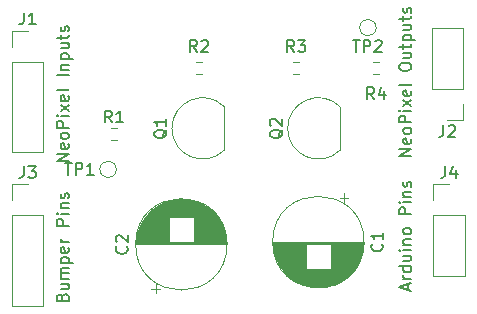
<source format=gbr>
%TF.GenerationSoftware,KiCad,Pcbnew,8.0.6*%
%TF.CreationDate,2024-11-25T01:10:15+00:00*%
%TF.ProjectId,GEOFF board v1,47454f46-4620-4626-9f61-72642076312e,rev?*%
%TF.SameCoordinates,Original*%
%TF.FileFunction,Legend,Top*%
%TF.FilePolarity,Positive*%
%FSLAX46Y46*%
G04 Gerber Fmt 4.6, Leading zero omitted, Abs format (unit mm)*
G04 Created by KiCad (PCBNEW 8.0.6) date 2024-11-25 01:10:15*
%MOMM*%
%LPD*%
G01*
G04 APERTURE LIST*
%ADD10C,0.150000*%
%ADD11C,0.120000*%
G04 APERTURE END LIST*
D10*
X50538095Y-139454819D02*
X51109523Y-139454819D01*
X50823809Y-140454819D02*
X50823809Y-139454819D01*
X51442857Y-140454819D02*
X51442857Y-139454819D01*
X51442857Y-139454819D02*
X51823809Y-139454819D01*
X51823809Y-139454819D02*
X51919047Y-139502438D01*
X51919047Y-139502438D02*
X51966666Y-139550057D01*
X51966666Y-139550057D02*
X52014285Y-139645295D01*
X52014285Y-139645295D02*
X52014285Y-139788152D01*
X52014285Y-139788152D02*
X51966666Y-139883390D01*
X51966666Y-139883390D02*
X51919047Y-139931009D01*
X51919047Y-139931009D02*
X51823809Y-139978628D01*
X51823809Y-139978628D02*
X51442857Y-139978628D01*
X52395238Y-139550057D02*
X52442857Y-139502438D01*
X52442857Y-139502438D02*
X52538095Y-139454819D01*
X52538095Y-139454819D02*
X52776190Y-139454819D01*
X52776190Y-139454819D02*
X52871428Y-139502438D01*
X52871428Y-139502438D02*
X52919047Y-139550057D01*
X52919047Y-139550057D02*
X52966666Y-139645295D01*
X52966666Y-139645295D02*
X52966666Y-139740533D01*
X52966666Y-139740533D02*
X52919047Y-139883390D01*
X52919047Y-139883390D02*
X52347619Y-140454819D01*
X52347619Y-140454819D02*
X52966666Y-140454819D01*
X26138095Y-149854819D02*
X26709523Y-149854819D01*
X26423809Y-150854819D02*
X26423809Y-149854819D01*
X27042857Y-150854819D02*
X27042857Y-149854819D01*
X27042857Y-149854819D02*
X27423809Y-149854819D01*
X27423809Y-149854819D02*
X27519047Y-149902438D01*
X27519047Y-149902438D02*
X27566666Y-149950057D01*
X27566666Y-149950057D02*
X27614285Y-150045295D01*
X27614285Y-150045295D02*
X27614285Y-150188152D01*
X27614285Y-150188152D02*
X27566666Y-150283390D01*
X27566666Y-150283390D02*
X27519047Y-150331009D01*
X27519047Y-150331009D02*
X27423809Y-150378628D01*
X27423809Y-150378628D02*
X27042857Y-150378628D01*
X28566666Y-150854819D02*
X27995238Y-150854819D01*
X28280952Y-150854819D02*
X28280952Y-149854819D01*
X28280952Y-149854819D02*
X28185714Y-149997676D01*
X28185714Y-149997676D02*
X28090476Y-150092914D01*
X28090476Y-150092914D02*
X27995238Y-150140533D01*
X52320833Y-144454819D02*
X51987500Y-143978628D01*
X51749405Y-144454819D02*
X51749405Y-143454819D01*
X51749405Y-143454819D02*
X52130357Y-143454819D01*
X52130357Y-143454819D02*
X52225595Y-143502438D01*
X52225595Y-143502438D02*
X52273214Y-143550057D01*
X52273214Y-143550057D02*
X52320833Y-143645295D01*
X52320833Y-143645295D02*
X52320833Y-143788152D01*
X52320833Y-143788152D02*
X52273214Y-143883390D01*
X52273214Y-143883390D02*
X52225595Y-143931009D01*
X52225595Y-143931009D02*
X52130357Y-143978628D01*
X52130357Y-143978628D02*
X51749405Y-143978628D01*
X53177976Y-143788152D02*
X53177976Y-144454819D01*
X52939881Y-143407200D02*
X52701786Y-144121485D01*
X52701786Y-144121485D02*
X53320833Y-144121485D01*
X45545833Y-140454819D02*
X45212500Y-139978628D01*
X44974405Y-140454819D02*
X44974405Y-139454819D01*
X44974405Y-139454819D02*
X45355357Y-139454819D01*
X45355357Y-139454819D02*
X45450595Y-139502438D01*
X45450595Y-139502438D02*
X45498214Y-139550057D01*
X45498214Y-139550057D02*
X45545833Y-139645295D01*
X45545833Y-139645295D02*
X45545833Y-139788152D01*
X45545833Y-139788152D02*
X45498214Y-139883390D01*
X45498214Y-139883390D02*
X45450595Y-139931009D01*
X45450595Y-139931009D02*
X45355357Y-139978628D01*
X45355357Y-139978628D02*
X44974405Y-139978628D01*
X45879167Y-139454819D02*
X46498214Y-139454819D01*
X46498214Y-139454819D02*
X46164881Y-139835771D01*
X46164881Y-139835771D02*
X46307738Y-139835771D01*
X46307738Y-139835771D02*
X46402976Y-139883390D01*
X46402976Y-139883390D02*
X46450595Y-139931009D01*
X46450595Y-139931009D02*
X46498214Y-140026247D01*
X46498214Y-140026247D02*
X46498214Y-140264342D01*
X46498214Y-140264342D02*
X46450595Y-140359580D01*
X46450595Y-140359580D02*
X46402976Y-140407200D01*
X46402976Y-140407200D02*
X46307738Y-140454819D01*
X46307738Y-140454819D02*
X46022024Y-140454819D01*
X46022024Y-140454819D02*
X45926786Y-140407200D01*
X45926786Y-140407200D02*
X45879167Y-140359580D01*
X37320833Y-140454819D02*
X36987500Y-139978628D01*
X36749405Y-140454819D02*
X36749405Y-139454819D01*
X36749405Y-139454819D02*
X37130357Y-139454819D01*
X37130357Y-139454819D02*
X37225595Y-139502438D01*
X37225595Y-139502438D02*
X37273214Y-139550057D01*
X37273214Y-139550057D02*
X37320833Y-139645295D01*
X37320833Y-139645295D02*
X37320833Y-139788152D01*
X37320833Y-139788152D02*
X37273214Y-139883390D01*
X37273214Y-139883390D02*
X37225595Y-139931009D01*
X37225595Y-139931009D02*
X37130357Y-139978628D01*
X37130357Y-139978628D02*
X36749405Y-139978628D01*
X37701786Y-139550057D02*
X37749405Y-139502438D01*
X37749405Y-139502438D02*
X37844643Y-139454819D01*
X37844643Y-139454819D02*
X38082738Y-139454819D01*
X38082738Y-139454819D02*
X38177976Y-139502438D01*
X38177976Y-139502438D02*
X38225595Y-139550057D01*
X38225595Y-139550057D02*
X38273214Y-139645295D01*
X38273214Y-139645295D02*
X38273214Y-139740533D01*
X38273214Y-139740533D02*
X38225595Y-139883390D01*
X38225595Y-139883390D02*
X37654167Y-140454819D01*
X37654167Y-140454819D02*
X38273214Y-140454819D01*
X30120833Y-146424819D02*
X29787500Y-145948628D01*
X29549405Y-146424819D02*
X29549405Y-145424819D01*
X29549405Y-145424819D02*
X29930357Y-145424819D01*
X29930357Y-145424819D02*
X30025595Y-145472438D01*
X30025595Y-145472438D02*
X30073214Y-145520057D01*
X30073214Y-145520057D02*
X30120833Y-145615295D01*
X30120833Y-145615295D02*
X30120833Y-145758152D01*
X30120833Y-145758152D02*
X30073214Y-145853390D01*
X30073214Y-145853390D02*
X30025595Y-145901009D01*
X30025595Y-145901009D02*
X29930357Y-145948628D01*
X29930357Y-145948628D02*
X29549405Y-145948628D01*
X31073214Y-146424819D02*
X30501786Y-146424819D01*
X30787500Y-146424819D02*
X30787500Y-145424819D01*
X30787500Y-145424819D02*
X30692262Y-145567676D01*
X30692262Y-145567676D02*
X30597024Y-145662914D01*
X30597024Y-145662914D02*
X30501786Y-145710533D01*
X44590057Y-147025238D02*
X44542438Y-147120476D01*
X44542438Y-147120476D02*
X44447200Y-147215714D01*
X44447200Y-147215714D02*
X44304342Y-147358571D01*
X44304342Y-147358571D02*
X44256723Y-147453809D01*
X44256723Y-147453809D02*
X44256723Y-147549047D01*
X44494819Y-147501428D02*
X44447200Y-147596666D01*
X44447200Y-147596666D02*
X44351961Y-147691904D01*
X44351961Y-147691904D02*
X44161485Y-147739523D01*
X44161485Y-147739523D02*
X43828152Y-147739523D01*
X43828152Y-147739523D02*
X43637676Y-147691904D01*
X43637676Y-147691904D02*
X43542438Y-147596666D01*
X43542438Y-147596666D02*
X43494819Y-147501428D01*
X43494819Y-147501428D02*
X43494819Y-147310952D01*
X43494819Y-147310952D02*
X43542438Y-147215714D01*
X43542438Y-147215714D02*
X43637676Y-147120476D01*
X43637676Y-147120476D02*
X43828152Y-147072857D01*
X43828152Y-147072857D02*
X44161485Y-147072857D01*
X44161485Y-147072857D02*
X44351961Y-147120476D01*
X44351961Y-147120476D02*
X44447200Y-147215714D01*
X44447200Y-147215714D02*
X44494819Y-147310952D01*
X44494819Y-147310952D02*
X44494819Y-147501428D01*
X43590057Y-146691904D02*
X43542438Y-146644285D01*
X43542438Y-146644285D02*
X43494819Y-146549047D01*
X43494819Y-146549047D02*
X43494819Y-146310952D01*
X43494819Y-146310952D02*
X43542438Y-146215714D01*
X43542438Y-146215714D02*
X43590057Y-146168095D01*
X43590057Y-146168095D02*
X43685295Y-146120476D01*
X43685295Y-146120476D02*
X43780533Y-146120476D01*
X43780533Y-146120476D02*
X43923390Y-146168095D01*
X43923390Y-146168095D02*
X44494819Y-146739523D01*
X44494819Y-146739523D02*
X44494819Y-146120476D01*
X34790057Y-147025238D02*
X34742438Y-147120476D01*
X34742438Y-147120476D02*
X34647200Y-147215714D01*
X34647200Y-147215714D02*
X34504342Y-147358571D01*
X34504342Y-147358571D02*
X34456723Y-147453809D01*
X34456723Y-147453809D02*
X34456723Y-147549047D01*
X34694819Y-147501428D02*
X34647200Y-147596666D01*
X34647200Y-147596666D02*
X34551961Y-147691904D01*
X34551961Y-147691904D02*
X34361485Y-147739523D01*
X34361485Y-147739523D02*
X34028152Y-147739523D01*
X34028152Y-147739523D02*
X33837676Y-147691904D01*
X33837676Y-147691904D02*
X33742438Y-147596666D01*
X33742438Y-147596666D02*
X33694819Y-147501428D01*
X33694819Y-147501428D02*
X33694819Y-147310952D01*
X33694819Y-147310952D02*
X33742438Y-147215714D01*
X33742438Y-147215714D02*
X33837676Y-147120476D01*
X33837676Y-147120476D02*
X34028152Y-147072857D01*
X34028152Y-147072857D02*
X34361485Y-147072857D01*
X34361485Y-147072857D02*
X34551961Y-147120476D01*
X34551961Y-147120476D02*
X34647200Y-147215714D01*
X34647200Y-147215714D02*
X34694819Y-147310952D01*
X34694819Y-147310952D02*
X34694819Y-147501428D01*
X34694819Y-146120476D02*
X34694819Y-146691904D01*
X34694819Y-146406190D02*
X33694819Y-146406190D01*
X33694819Y-146406190D02*
X33837676Y-146501428D01*
X33837676Y-146501428D02*
X33932914Y-146596666D01*
X33932914Y-146596666D02*
X33980533Y-146691904D01*
X58336666Y-150124819D02*
X58336666Y-150839104D01*
X58336666Y-150839104D02*
X58289047Y-150981961D01*
X58289047Y-150981961D02*
X58193809Y-151077200D01*
X58193809Y-151077200D02*
X58050952Y-151124819D01*
X58050952Y-151124819D02*
X57955714Y-151124819D01*
X59241428Y-150458152D02*
X59241428Y-151124819D01*
X59003333Y-150077200D02*
X58765238Y-150791485D01*
X58765238Y-150791485D02*
X59384285Y-150791485D01*
X55169104Y-160571428D02*
X55169104Y-160095238D01*
X55454819Y-160666666D02*
X54454819Y-160333333D01*
X54454819Y-160333333D02*
X55454819Y-160000000D01*
X55454819Y-159666666D02*
X54788152Y-159666666D01*
X54978628Y-159666666D02*
X54883390Y-159619047D01*
X54883390Y-159619047D02*
X54835771Y-159571428D01*
X54835771Y-159571428D02*
X54788152Y-159476190D01*
X54788152Y-159476190D02*
X54788152Y-159380952D01*
X55454819Y-158619047D02*
X54454819Y-158619047D01*
X55407200Y-158619047D02*
X55454819Y-158714285D01*
X55454819Y-158714285D02*
X55454819Y-158904761D01*
X55454819Y-158904761D02*
X55407200Y-158999999D01*
X55407200Y-158999999D02*
X55359580Y-159047618D01*
X55359580Y-159047618D02*
X55264342Y-159095237D01*
X55264342Y-159095237D02*
X54978628Y-159095237D01*
X54978628Y-159095237D02*
X54883390Y-159047618D01*
X54883390Y-159047618D02*
X54835771Y-158999999D01*
X54835771Y-158999999D02*
X54788152Y-158904761D01*
X54788152Y-158904761D02*
X54788152Y-158714285D01*
X54788152Y-158714285D02*
X54835771Y-158619047D01*
X54788152Y-157714285D02*
X55454819Y-157714285D01*
X54788152Y-158142856D02*
X55311961Y-158142856D01*
X55311961Y-158142856D02*
X55407200Y-158095237D01*
X55407200Y-158095237D02*
X55454819Y-157999999D01*
X55454819Y-157999999D02*
X55454819Y-157857142D01*
X55454819Y-157857142D02*
X55407200Y-157761904D01*
X55407200Y-157761904D02*
X55359580Y-157714285D01*
X55454819Y-157238094D02*
X54788152Y-157238094D01*
X54454819Y-157238094D02*
X54502438Y-157285713D01*
X54502438Y-157285713D02*
X54550057Y-157238094D01*
X54550057Y-157238094D02*
X54502438Y-157190475D01*
X54502438Y-157190475D02*
X54454819Y-157238094D01*
X54454819Y-157238094D02*
X54550057Y-157238094D01*
X54788152Y-156761904D02*
X55454819Y-156761904D01*
X54883390Y-156761904D02*
X54835771Y-156714285D01*
X54835771Y-156714285D02*
X54788152Y-156619047D01*
X54788152Y-156619047D02*
X54788152Y-156476190D01*
X54788152Y-156476190D02*
X54835771Y-156380952D01*
X54835771Y-156380952D02*
X54931009Y-156333333D01*
X54931009Y-156333333D02*
X55454819Y-156333333D01*
X55454819Y-155714285D02*
X55407200Y-155809523D01*
X55407200Y-155809523D02*
X55359580Y-155857142D01*
X55359580Y-155857142D02*
X55264342Y-155904761D01*
X55264342Y-155904761D02*
X54978628Y-155904761D01*
X54978628Y-155904761D02*
X54883390Y-155857142D01*
X54883390Y-155857142D02*
X54835771Y-155809523D01*
X54835771Y-155809523D02*
X54788152Y-155714285D01*
X54788152Y-155714285D02*
X54788152Y-155571428D01*
X54788152Y-155571428D02*
X54835771Y-155476190D01*
X54835771Y-155476190D02*
X54883390Y-155428571D01*
X54883390Y-155428571D02*
X54978628Y-155380952D01*
X54978628Y-155380952D02*
X55264342Y-155380952D01*
X55264342Y-155380952D02*
X55359580Y-155428571D01*
X55359580Y-155428571D02*
X55407200Y-155476190D01*
X55407200Y-155476190D02*
X55454819Y-155571428D01*
X55454819Y-155571428D02*
X55454819Y-155714285D01*
X55454819Y-154190475D02*
X54454819Y-154190475D01*
X54454819Y-154190475D02*
X54454819Y-153809523D01*
X54454819Y-153809523D02*
X54502438Y-153714285D01*
X54502438Y-153714285D02*
X54550057Y-153666666D01*
X54550057Y-153666666D02*
X54645295Y-153619047D01*
X54645295Y-153619047D02*
X54788152Y-153619047D01*
X54788152Y-153619047D02*
X54883390Y-153666666D01*
X54883390Y-153666666D02*
X54931009Y-153714285D01*
X54931009Y-153714285D02*
X54978628Y-153809523D01*
X54978628Y-153809523D02*
X54978628Y-154190475D01*
X55454819Y-153190475D02*
X54788152Y-153190475D01*
X54454819Y-153190475D02*
X54502438Y-153238094D01*
X54502438Y-153238094D02*
X54550057Y-153190475D01*
X54550057Y-153190475D02*
X54502438Y-153142856D01*
X54502438Y-153142856D02*
X54454819Y-153190475D01*
X54454819Y-153190475D02*
X54550057Y-153190475D01*
X54788152Y-152714285D02*
X55454819Y-152714285D01*
X54883390Y-152714285D02*
X54835771Y-152666666D01*
X54835771Y-152666666D02*
X54788152Y-152571428D01*
X54788152Y-152571428D02*
X54788152Y-152428571D01*
X54788152Y-152428571D02*
X54835771Y-152333333D01*
X54835771Y-152333333D02*
X54931009Y-152285714D01*
X54931009Y-152285714D02*
X55454819Y-152285714D01*
X55407200Y-151857142D02*
X55454819Y-151761904D01*
X55454819Y-151761904D02*
X55454819Y-151571428D01*
X55454819Y-151571428D02*
X55407200Y-151476190D01*
X55407200Y-151476190D02*
X55311961Y-151428571D01*
X55311961Y-151428571D02*
X55264342Y-151428571D01*
X55264342Y-151428571D02*
X55169104Y-151476190D01*
X55169104Y-151476190D02*
X55121485Y-151571428D01*
X55121485Y-151571428D02*
X55121485Y-151714285D01*
X55121485Y-151714285D02*
X55073866Y-151809523D01*
X55073866Y-151809523D02*
X54978628Y-151857142D01*
X54978628Y-151857142D02*
X54931009Y-151857142D01*
X54931009Y-151857142D02*
X54835771Y-151809523D01*
X54835771Y-151809523D02*
X54788152Y-151714285D01*
X54788152Y-151714285D02*
X54788152Y-151571428D01*
X54788152Y-151571428D02*
X54835771Y-151476190D01*
X22666666Y-150124819D02*
X22666666Y-150839104D01*
X22666666Y-150839104D02*
X22619047Y-150981961D01*
X22619047Y-150981961D02*
X22523809Y-151077200D01*
X22523809Y-151077200D02*
X22380952Y-151124819D01*
X22380952Y-151124819D02*
X22285714Y-151124819D01*
X23047619Y-150124819D02*
X23666666Y-150124819D01*
X23666666Y-150124819D02*
X23333333Y-150505771D01*
X23333333Y-150505771D02*
X23476190Y-150505771D01*
X23476190Y-150505771D02*
X23571428Y-150553390D01*
X23571428Y-150553390D02*
X23619047Y-150601009D01*
X23619047Y-150601009D02*
X23666666Y-150696247D01*
X23666666Y-150696247D02*
X23666666Y-150934342D01*
X23666666Y-150934342D02*
X23619047Y-151029580D01*
X23619047Y-151029580D02*
X23571428Y-151077200D01*
X23571428Y-151077200D02*
X23476190Y-151124819D01*
X23476190Y-151124819D02*
X23190476Y-151124819D01*
X23190476Y-151124819D02*
X23095238Y-151077200D01*
X23095238Y-151077200D02*
X23047619Y-151029580D01*
X25931009Y-161214285D02*
X25978628Y-161071428D01*
X25978628Y-161071428D02*
X26026247Y-161023809D01*
X26026247Y-161023809D02*
X26121485Y-160976190D01*
X26121485Y-160976190D02*
X26264342Y-160976190D01*
X26264342Y-160976190D02*
X26359580Y-161023809D01*
X26359580Y-161023809D02*
X26407200Y-161071428D01*
X26407200Y-161071428D02*
X26454819Y-161166666D01*
X26454819Y-161166666D02*
X26454819Y-161547618D01*
X26454819Y-161547618D02*
X25454819Y-161547618D01*
X25454819Y-161547618D02*
X25454819Y-161214285D01*
X25454819Y-161214285D02*
X25502438Y-161119047D01*
X25502438Y-161119047D02*
X25550057Y-161071428D01*
X25550057Y-161071428D02*
X25645295Y-161023809D01*
X25645295Y-161023809D02*
X25740533Y-161023809D01*
X25740533Y-161023809D02*
X25835771Y-161071428D01*
X25835771Y-161071428D02*
X25883390Y-161119047D01*
X25883390Y-161119047D02*
X25931009Y-161214285D01*
X25931009Y-161214285D02*
X25931009Y-161547618D01*
X25788152Y-160119047D02*
X26454819Y-160119047D01*
X25788152Y-160547618D02*
X26311961Y-160547618D01*
X26311961Y-160547618D02*
X26407200Y-160499999D01*
X26407200Y-160499999D02*
X26454819Y-160404761D01*
X26454819Y-160404761D02*
X26454819Y-160261904D01*
X26454819Y-160261904D02*
X26407200Y-160166666D01*
X26407200Y-160166666D02*
X26359580Y-160119047D01*
X26454819Y-159642856D02*
X25788152Y-159642856D01*
X25883390Y-159642856D02*
X25835771Y-159595237D01*
X25835771Y-159595237D02*
X25788152Y-159499999D01*
X25788152Y-159499999D02*
X25788152Y-159357142D01*
X25788152Y-159357142D02*
X25835771Y-159261904D01*
X25835771Y-159261904D02*
X25931009Y-159214285D01*
X25931009Y-159214285D02*
X26454819Y-159214285D01*
X25931009Y-159214285D02*
X25835771Y-159166666D01*
X25835771Y-159166666D02*
X25788152Y-159071428D01*
X25788152Y-159071428D02*
X25788152Y-158928571D01*
X25788152Y-158928571D02*
X25835771Y-158833332D01*
X25835771Y-158833332D02*
X25931009Y-158785713D01*
X25931009Y-158785713D02*
X26454819Y-158785713D01*
X25788152Y-158309523D02*
X26788152Y-158309523D01*
X25835771Y-158309523D02*
X25788152Y-158214285D01*
X25788152Y-158214285D02*
X25788152Y-158023809D01*
X25788152Y-158023809D02*
X25835771Y-157928571D01*
X25835771Y-157928571D02*
X25883390Y-157880952D01*
X25883390Y-157880952D02*
X25978628Y-157833333D01*
X25978628Y-157833333D02*
X26264342Y-157833333D01*
X26264342Y-157833333D02*
X26359580Y-157880952D01*
X26359580Y-157880952D02*
X26407200Y-157928571D01*
X26407200Y-157928571D02*
X26454819Y-158023809D01*
X26454819Y-158023809D02*
X26454819Y-158214285D01*
X26454819Y-158214285D02*
X26407200Y-158309523D01*
X26407200Y-157023809D02*
X26454819Y-157119047D01*
X26454819Y-157119047D02*
X26454819Y-157309523D01*
X26454819Y-157309523D02*
X26407200Y-157404761D01*
X26407200Y-157404761D02*
X26311961Y-157452380D01*
X26311961Y-157452380D02*
X25931009Y-157452380D01*
X25931009Y-157452380D02*
X25835771Y-157404761D01*
X25835771Y-157404761D02*
X25788152Y-157309523D01*
X25788152Y-157309523D02*
X25788152Y-157119047D01*
X25788152Y-157119047D02*
X25835771Y-157023809D01*
X25835771Y-157023809D02*
X25931009Y-156976190D01*
X25931009Y-156976190D02*
X26026247Y-156976190D01*
X26026247Y-156976190D02*
X26121485Y-157452380D01*
X26454819Y-156547618D02*
X25788152Y-156547618D01*
X25978628Y-156547618D02*
X25883390Y-156499999D01*
X25883390Y-156499999D02*
X25835771Y-156452380D01*
X25835771Y-156452380D02*
X25788152Y-156357142D01*
X25788152Y-156357142D02*
X25788152Y-156261904D01*
X26454819Y-155166665D02*
X25454819Y-155166665D01*
X25454819Y-155166665D02*
X25454819Y-154785713D01*
X25454819Y-154785713D02*
X25502438Y-154690475D01*
X25502438Y-154690475D02*
X25550057Y-154642856D01*
X25550057Y-154642856D02*
X25645295Y-154595237D01*
X25645295Y-154595237D02*
X25788152Y-154595237D01*
X25788152Y-154595237D02*
X25883390Y-154642856D01*
X25883390Y-154642856D02*
X25931009Y-154690475D01*
X25931009Y-154690475D02*
X25978628Y-154785713D01*
X25978628Y-154785713D02*
X25978628Y-155166665D01*
X26454819Y-154166665D02*
X25788152Y-154166665D01*
X25454819Y-154166665D02*
X25502438Y-154214284D01*
X25502438Y-154214284D02*
X25550057Y-154166665D01*
X25550057Y-154166665D02*
X25502438Y-154119046D01*
X25502438Y-154119046D02*
X25454819Y-154166665D01*
X25454819Y-154166665D02*
X25550057Y-154166665D01*
X25788152Y-153690475D02*
X26454819Y-153690475D01*
X25883390Y-153690475D02*
X25835771Y-153642856D01*
X25835771Y-153642856D02*
X25788152Y-153547618D01*
X25788152Y-153547618D02*
X25788152Y-153404761D01*
X25788152Y-153404761D02*
X25835771Y-153309523D01*
X25835771Y-153309523D02*
X25931009Y-153261904D01*
X25931009Y-153261904D02*
X26454819Y-153261904D01*
X26407200Y-152833332D02*
X26454819Y-152738094D01*
X26454819Y-152738094D02*
X26454819Y-152547618D01*
X26454819Y-152547618D02*
X26407200Y-152452380D01*
X26407200Y-152452380D02*
X26311961Y-152404761D01*
X26311961Y-152404761D02*
X26264342Y-152404761D01*
X26264342Y-152404761D02*
X26169104Y-152452380D01*
X26169104Y-152452380D02*
X26121485Y-152547618D01*
X26121485Y-152547618D02*
X26121485Y-152690475D01*
X26121485Y-152690475D02*
X26073866Y-152785713D01*
X26073866Y-152785713D02*
X25978628Y-152833332D01*
X25978628Y-152833332D02*
X25931009Y-152833332D01*
X25931009Y-152833332D02*
X25835771Y-152785713D01*
X25835771Y-152785713D02*
X25788152Y-152690475D01*
X25788152Y-152690475D02*
X25788152Y-152547618D01*
X25788152Y-152547618D02*
X25835771Y-152452380D01*
X58196666Y-146654819D02*
X58196666Y-147369104D01*
X58196666Y-147369104D02*
X58149047Y-147511961D01*
X58149047Y-147511961D02*
X58053809Y-147607200D01*
X58053809Y-147607200D02*
X57910952Y-147654819D01*
X57910952Y-147654819D02*
X57815714Y-147654819D01*
X58625238Y-146750057D02*
X58672857Y-146702438D01*
X58672857Y-146702438D02*
X58768095Y-146654819D01*
X58768095Y-146654819D02*
X59006190Y-146654819D01*
X59006190Y-146654819D02*
X59101428Y-146702438D01*
X59101428Y-146702438D02*
X59149047Y-146750057D01*
X59149047Y-146750057D02*
X59196666Y-146845295D01*
X59196666Y-146845295D02*
X59196666Y-146940533D01*
X59196666Y-146940533D02*
X59149047Y-147083390D01*
X59149047Y-147083390D02*
X58577619Y-147654819D01*
X58577619Y-147654819D02*
X59196666Y-147654819D01*
X55454819Y-149238095D02*
X54454819Y-149238095D01*
X54454819Y-149238095D02*
X55454819Y-148666667D01*
X55454819Y-148666667D02*
X54454819Y-148666667D01*
X55407200Y-147809524D02*
X55454819Y-147904762D01*
X55454819Y-147904762D02*
X55454819Y-148095238D01*
X55454819Y-148095238D02*
X55407200Y-148190476D01*
X55407200Y-148190476D02*
X55311961Y-148238095D01*
X55311961Y-148238095D02*
X54931009Y-148238095D01*
X54931009Y-148238095D02*
X54835771Y-148190476D01*
X54835771Y-148190476D02*
X54788152Y-148095238D01*
X54788152Y-148095238D02*
X54788152Y-147904762D01*
X54788152Y-147904762D02*
X54835771Y-147809524D01*
X54835771Y-147809524D02*
X54931009Y-147761905D01*
X54931009Y-147761905D02*
X55026247Y-147761905D01*
X55026247Y-147761905D02*
X55121485Y-148238095D01*
X55454819Y-147190476D02*
X55407200Y-147285714D01*
X55407200Y-147285714D02*
X55359580Y-147333333D01*
X55359580Y-147333333D02*
X55264342Y-147380952D01*
X55264342Y-147380952D02*
X54978628Y-147380952D01*
X54978628Y-147380952D02*
X54883390Y-147333333D01*
X54883390Y-147333333D02*
X54835771Y-147285714D01*
X54835771Y-147285714D02*
X54788152Y-147190476D01*
X54788152Y-147190476D02*
X54788152Y-147047619D01*
X54788152Y-147047619D02*
X54835771Y-146952381D01*
X54835771Y-146952381D02*
X54883390Y-146904762D01*
X54883390Y-146904762D02*
X54978628Y-146857143D01*
X54978628Y-146857143D02*
X55264342Y-146857143D01*
X55264342Y-146857143D02*
X55359580Y-146904762D01*
X55359580Y-146904762D02*
X55407200Y-146952381D01*
X55407200Y-146952381D02*
X55454819Y-147047619D01*
X55454819Y-147047619D02*
X55454819Y-147190476D01*
X55454819Y-146428571D02*
X54454819Y-146428571D01*
X54454819Y-146428571D02*
X54454819Y-146047619D01*
X54454819Y-146047619D02*
X54502438Y-145952381D01*
X54502438Y-145952381D02*
X54550057Y-145904762D01*
X54550057Y-145904762D02*
X54645295Y-145857143D01*
X54645295Y-145857143D02*
X54788152Y-145857143D01*
X54788152Y-145857143D02*
X54883390Y-145904762D01*
X54883390Y-145904762D02*
X54931009Y-145952381D01*
X54931009Y-145952381D02*
X54978628Y-146047619D01*
X54978628Y-146047619D02*
X54978628Y-146428571D01*
X55454819Y-145428571D02*
X54788152Y-145428571D01*
X54454819Y-145428571D02*
X54502438Y-145476190D01*
X54502438Y-145476190D02*
X54550057Y-145428571D01*
X54550057Y-145428571D02*
X54502438Y-145380952D01*
X54502438Y-145380952D02*
X54454819Y-145428571D01*
X54454819Y-145428571D02*
X54550057Y-145428571D01*
X55454819Y-145047619D02*
X54788152Y-144523810D01*
X54788152Y-145047619D02*
X55454819Y-144523810D01*
X55407200Y-143761905D02*
X55454819Y-143857143D01*
X55454819Y-143857143D02*
X55454819Y-144047619D01*
X55454819Y-144047619D02*
X55407200Y-144142857D01*
X55407200Y-144142857D02*
X55311961Y-144190476D01*
X55311961Y-144190476D02*
X54931009Y-144190476D01*
X54931009Y-144190476D02*
X54835771Y-144142857D01*
X54835771Y-144142857D02*
X54788152Y-144047619D01*
X54788152Y-144047619D02*
X54788152Y-143857143D01*
X54788152Y-143857143D02*
X54835771Y-143761905D01*
X54835771Y-143761905D02*
X54931009Y-143714286D01*
X54931009Y-143714286D02*
X55026247Y-143714286D01*
X55026247Y-143714286D02*
X55121485Y-144190476D01*
X55454819Y-143142857D02*
X55407200Y-143238095D01*
X55407200Y-143238095D02*
X55311961Y-143285714D01*
X55311961Y-143285714D02*
X54454819Y-143285714D01*
X54454819Y-141809523D02*
X54454819Y-141619047D01*
X54454819Y-141619047D02*
X54502438Y-141523809D01*
X54502438Y-141523809D02*
X54597676Y-141428571D01*
X54597676Y-141428571D02*
X54788152Y-141380952D01*
X54788152Y-141380952D02*
X55121485Y-141380952D01*
X55121485Y-141380952D02*
X55311961Y-141428571D01*
X55311961Y-141428571D02*
X55407200Y-141523809D01*
X55407200Y-141523809D02*
X55454819Y-141619047D01*
X55454819Y-141619047D02*
X55454819Y-141809523D01*
X55454819Y-141809523D02*
X55407200Y-141904761D01*
X55407200Y-141904761D02*
X55311961Y-141999999D01*
X55311961Y-141999999D02*
X55121485Y-142047618D01*
X55121485Y-142047618D02*
X54788152Y-142047618D01*
X54788152Y-142047618D02*
X54597676Y-141999999D01*
X54597676Y-141999999D02*
X54502438Y-141904761D01*
X54502438Y-141904761D02*
X54454819Y-141809523D01*
X54788152Y-140523809D02*
X55454819Y-140523809D01*
X54788152Y-140952380D02*
X55311961Y-140952380D01*
X55311961Y-140952380D02*
X55407200Y-140904761D01*
X55407200Y-140904761D02*
X55454819Y-140809523D01*
X55454819Y-140809523D02*
X55454819Y-140666666D01*
X55454819Y-140666666D02*
X55407200Y-140571428D01*
X55407200Y-140571428D02*
X55359580Y-140523809D01*
X54788152Y-140190475D02*
X54788152Y-139809523D01*
X54454819Y-140047618D02*
X55311961Y-140047618D01*
X55311961Y-140047618D02*
X55407200Y-139999999D01*
X55407200Y-139999999D02*
X55454819Y-139904761D01*
X55454819Y-139904761D02*
X55454819Y-139809523D01*
X54788152Y-139476189D02*
X55788152Y-139476189D01*
X54835771Y-139476189D02*
X54788152Y-139380951D01*
X54788152Y-139380951D02*
X54788152Y-139190475D01*
X54788152Y-139190475D02*
X54835771Y-139095237D01*
X54835771Y-139095237D02*
X54883390Y-139047618D01*
X54883390Y-139047618D02*
X54978628Y-138999999D01*
X54978628Y-138999999D02*
X55264342Y-138999999D01*
X55264342Y-138999999D02*
X55359580Y-139047618D01*
X55359580Y-139047618D02*
X55407200Y-139095237D01*
X55407200Y-139095237D02*
X55454819Y-139190475D01*
X55454819Y-139190475D02*
X55454819Y-139380951D01*
X55454819Y-139380951D02*
X55407200Y-139476189D01*
X54788152Y-138142856D02*
X55454819Y-138142856D01*
X54788152Y-138571427D02*
X55311961Y-138571427D01*
X55311961Y-138571427D02*
X55407200Y-138523808D01*
X55407200Y-138523808D02*
X55454819Y-138428570D01*
X55454819Y-138428570D02*
X55454819Y-138285713D01*
X55454819Y-138285713D02*
X55407200Y-138190475D01*
X55407200Y-138190475D02*
X55359580Y-138142856D01*
X54788152Y-137809522D02*
X54788152Y-137428570D01*
X54454819Y-137666665D02*
X55311961Y-137666665D01*
X55311961Y-137666665D02*
X55407200Y-137619046D01*
X55407200Y-137619046D02*
X55454819Y-137523808D01*
X55454819Y-137523808D02*
X55454819Y-137428570D01*
X55407200Y-137142855D02*
X55454819Y-137047617D01*
X55454819Y-137047617D02*
X55454819Y-136857141D01*
X55454819Y-136857141D02*
X55407200Y-136761903D01*
X55407200Y-136761903D02*
X55311961Y-136714284D01*
X55311961Y-136714284D02*
X55264342Y-136714284D01*
X55264342Y-136714284D02*
X55169104Y-136761903D01*
X55169104Y-136761903D02*
X55121485Y-136857141D01*
X55121485Y-136857141D02*
X55121485Y-136999998D01*
X55121485Y-136999998D02*
X55073866Y-137095236D01*
X55073866Y-137095236D02*
X54978628Y-137142855D01*
X54978628Y-137142855D02*
X54931009Y-137142855D01*
X54931009Y-137142855D02*
X54835771Y-137095236D01*
X54835771Y-137095236D02*
X54788152Y-136999998D01*
X54788152Y-136999998D02*
X54788152Y-136857141D01*
X54788152Y-136857141D02*
X54835771Y-136761903D01*
X22666666Y-137124819D02*
X22666666Y-137839104D01*
X22666666Y-137839104D02*
X22619047Y-137981961D01*
X22619047Y-137981961D02*
X22523809Y-138077200D01*
X22523809Y-138077200D02*
X22380952Y-138124819D01*
X22380952Y-138124819D02*
X22285714Y-138124819D01*
X23666666Y-138124819D02*
X23095238Y-138124819D01*
X23380952Y-138124819D02*
X23380952Y-137124819D01*
X23380952Y-137124819D02*
X23285714Y-137267676D01*
X23285714Y-137267676D02*
X23190476Y-137362914D01*
X23190476Y-137362914D02*
X23095238Y-137410533D01*
X26454819Y-149666666D02*
X25454819Y-149666666D01*
X25454819Y-149666666D02*
X26454819Y-149095238D01*
X26454819Y-149095238D02*
X25454819Y-149095238D01*
X26407200Y-148238095D02*
X26454819Y-148333333D01*
X26454819Y-148333333D02*
X26454819Y-148523809D01*
X26454819Y-148523809D02*
X26407200Y-148619047D01*
X26407200Y-148619047D02*
X26311961Y-148666666D01*
X26311961Y-148666666D02*
X25931009Y-148666666D01*
X25931009Y-148666666D02*
X25835771Y-148619047D01*
X25835771Y-148619047D02*
X25788152Y-148523809D01*
X25788152Y-148523809D02*
X25788152Y-148333333D01*
X25788152Y-148333333D02*
X25835771Y-148238095D01*
X25835771Y-148238095D02*
X25931009Y-148190476D01*
X25931009Y-148190476D02*
X26026247Y-148190476D01*
X26026247Y-148190476D02*
X26121485Y-148666666D01*
X26454819Y-147619047D02*
X26407200Y-147714285D01*
X26407200Y-147714285D02*
X26359580Y-147761904D01*
X26359580Y-147761904D02*
X26264342Y-147809523D01*
X26264342Y-147809523D02*
X25978628Y-147809523D01*
X25978628Y-147809523D02*
X25883390Y-147761904D01*
X25883390Y-147761904D02*
X25835771Y-147714285D01*
X25835771Y-147714285D02*
X25788152Y-147619047D01*
X25788152Y-147619047D02*
X25788152Y-147476190D01*
X25788152Y-147476190D02*
X25835771Y-147380952D01*
X25835771Y-147380952D02*
X25883390Y-147333333D01*
X25883390Y-147333333D02*
X25978628Y-147285714D01*
X25978628Y-147285714D02*
X26264342Y-147285714D01*
X26264342Y-147285714D02*
X26359580Y-147333333D01*
X26359580Y-147333333D02*
X26407200Y-147380952D01*
X26407200Y-147380952D02*
X26454819Y-147476190D01*
X26454819Y-147476190D02*
X26454819Y-147619047D01*
X26454819Y-146857142D02*
X25454819Y-146857142D01*
X25454819Y-146857142D02*
X25454819Y-146476190D01*
X25454819Y-146476190D02*
X25502438Y-146380952D01*
X25502438Y-146380952D02*
X25550057Y-146333333D01*
X25550057Y-146333333D02*
X25645295Y-146285714D01*
X25645295Y-146285714D02*
X25788152Y-146285714D01*
X25788152Y-146285714D02*
X25883390Y-146333333D01*
X25883390Y-146333333D02*
X25931009Y-146380952D01*
X25931009Y-146380952D02*
X25978628Y-146476190D01*
X25978628Y-146476190D02*
X25978628Y-146857142D01*
X26454819Y-145857142D02*
X25788152Y-145857142D01*
X25454819Y-145857142D02*
X25502438Y-145904761D01*
X25502438Y-145904761D02*
X25550057Y-145857142D01*
X25550057Y-145857142D02*
X25502438Y-145809523D01*
X25502438Y-145809523D02*
X25454819Y-145857142D01*
X25454819Y-145857142D02*
X25550057Y-145857142D01*
X26454819Y-145476190D02*
X25788152Y-144952381D01*
X25788152Y-145476190D02*
X26454819Y-144952381D01*
X26407200Y-144190476D02*
X26454819Y-144285714D01*
X26454819Y-144285714D02*
X26454819Y-144476190D01*
X26454819Y-144476190D02*
X26407200Y-144571428D01*
X26407200Y-144571428D02*
X26311961Y-144619047D01*
X26311961Y-144619047D02*
X25931009Y-144619047D01*
X25931009Y-144619047D02*
X25835771Y-144571428D01*
X25835771Y-144571428D02*
X25788152Y-144476190D01*
X25788152Y-144476190D02*
X25788152Y-144285714D01*
X25788152Y-144285714D02*
X25835771Y-144190476D01*
X25835771Y-144190476D02*
X25931009Y-144142857D01*
X25931009Y-144142857D02*
X26026247Y-144142857D01*
X26026247Y-144142857D02*
X26121485Y-144619047D01*
X26454819Y-143571428D02*
X26407200Y-143666666D01*
X26407200Y-143666666D02*
X26311961Y-143714285D01*
X26311961Y-143714285D02*
X25454819Y-143714285D01*
X26454819Y-142428570D02*
X25454819Y-142428570D01*
X25788152Y-141952380D02*
X26454819Y-141952380D01*
X25883390Y-141952380D02*
X25835771Y-141904761D01*
X25835771Y-141904761D02*
X25788152Y-141809523D01*
X25788152Y-141809523D02*
X25788152Y-141666666D01*
X25788152Y-141666666D02*
X25835771Y-141571428D01*
X25835771Y-141571428D02*
X25931009Y-141523809D01*
X25931009Y-141523809D02*
X26454819Y-141523809D01*
X25788152Y-141047618D02*
X26788152Y-141047618D01*
X25835771Y-141047618D02*
X25788152Y-140952380D01*
X25788152Y-140952380D02*
X25788152Y-140761904D01*
X25788152Y-140761904D02*
X25835771Y-140666666D01*
X25835771Y-140666666D02*
X25883390Y-140619047D01*
X25883390Y-140619047D02*
X25978628Y-140571428D01*
X25978628Y-140571428D02*
X26264342Y-140571428D01*
X26264342Y-140571428D02*
X26359580Y-140619047D01*
X26359580Y-140619047D02*
X26407200Y-140666666D01*
X26407200Y-140666666D02*
X26454819Y-140761904D01*
X26454819Y-140761904D02*
X26454819Y-140952380D01*
X26454819Y-140952380D02*
X26407200Y-141047618D01*
X25788152Y-139714285D02*
X26454819Y-139714285D01*
X25788152Y-140142856D02*
X26311961Y-140142856D01*
X26311961Y-140142856D02*
X26407200Y-140095237D01*
X26407200Y-140095237D02*
X26454819Y-139999999D01*
X26454819Y-139999999D02*
X26454819Y-139857142D01*
X26454819Y-139857142D02*
X26407200Y-139761904D01*
X26407200Y-139761904D02*
X26359580Y-139714285D01*
X25788152Y-139380951D02*
X25788152Y-138999999D01*
X25454819Y-139238094D02*
X26311961Y-139238094D01*
X26311961Y-139238094D02*
X26407200Y-139190475D01*
X26407200Y-139190475D02*
X26454819Y-139095237D01*
X26454819Y-139095237D02*
X26454819Y-138999999D01*
X26407200Y-138714284D02*
X26454819Y-138619046D01*
X26454819Y-138619046D02*
X26454819Y-138428570D01*
X26454819Y-138428570D02*
X26407200Y-138333332D01*
X26407200Y-138333332D02*
X26311961Y-138285713D01*
X26311961Y-138285713D02*
X26264342Y-138285713D01*
X26264342Y-138285713D02*
X26169104Y-138333332D01*
X26169104Y-138333332D02*
X26121485Y-138428570D01*
X26121485Y-138428570D02*
X26121485Y-138571427D01*
X26121485Y-138571427D02*
X26073866Y-138666665D01*
X26073866Y-138666665D02*
X25978628Y-138714284D01*
X25978628Y-138714284D02*
X25931009Y-138714284D01*
X25931009Y-138714284D02*
X25835771Y-138666665D01*
X25835771Y-138666665D02*
X25788152Y-138571427D01*
X25788152Y-138571427D02*
X25788152Y-138428570D01*
X25788152Y-138428570D02*
X25835771Y-138333332D01*
X31359580Y-156916666D02*
X31407200Y-156964285D01*
X31407200Y-156964285D02*
X31454819Y-157107142D01*
X31454819Y-157107142D02*
X31454819Y-157202380D01*
X31454819Y-157202380D02*
X31407200Y-157345237D01*
X31407200Y-157345237D02*
X31311961Y-157440475D01*
X31311961Y-157440475D02*
X31216723Y-157488094D01*
X31216723Y-157488094D02*
X31026247Y-157535713D01*
X31026247Y-157535713D02*
X30883390Y-157535713D01*
X30883390Y-157535713D02*
X30692914Y-157488094D01*
X30692914Y-157488094D02*
X30597676Y-157440475D01*
X30597676Y-157440475D02*
X30502438Y-157345237D01*
X30502438Y-157345237D02*
X30454819Y-157202380D01*
X30454819Y-157202380D02*
X30454819Y-157107142D01*
X30454819Y-157107142D02*
X30502438Y-156964285D01*
X30502438Y-156964285D02*
X30550057Y-156916666D01*
X30550057Y-156535713D02*
X30502438Y-156488094D01*
X30502438Y-156488094D02*
X30454819Y-156392856D01*
X30454819Y-156392856D02*
X30454819Y-156154761D01*
X30454819Y-156154761D02*
X30502438Y-156059523D01*
X30502438Y-156059523D02*
X30550057Y-156011904D01*
X30550057Y-156011904D02*
X30645295Y-155964285D01*
X30645295Y-155964285D02*
X30740533Y-155964285D01*
X30740533Y-155964285D02*
X30883390Y-156011904D01*
X30883390Y-156011904D02*
X31454819Y-156583332D01*
X31454819Y-156583332D02*
X31454819Y-155964285D01*
X52959580Y-156716666D02*
X53007200Y-156764285D01*
X53007200Y-156764285D02*
X53054819Y-156907142D01*
X53054819Y-156907142D02*
X53054819Y-157002380D01*
X53054819Y-157002380D02*
X53007200Y-157145237D01*
X53007200Y-157145237D02*
X52911961Y-157240475D01*
X52911961Y-157240475D02*
X52816723Y-157288094D01*
X52816723Y-157288094D02*
X52626247Y-157335713D01*
X52626247Y-157335713D02*
X52483390Y-157335713D01*
X52483390Y-157335713D02*
X52292914Y-157288094D01*
X52292914Y-157288094D02*
X52197676Y-157240475D01*
X52197676Y-157240475D02*
X52102438Y-157145237D01*
X52102438Y-157145237D02*
X52054819Y-157002380D01*
X52054819Y-157002380D02*
X52054819Y-156907142D01*
X52054819Y-156907142D02*
X52102438Y-156764285D01*
X52102438Y-156764285D02*
X52150057Y-156716666D01*
X53054819Y-155764285D02*
X53054819Y-156335713D01*
X53054819Y-156049999D02*
X52054819Y-156049999D01*
X52054819Y-156049999D02*
X52197676Y-156145237D01*
X52197676Y-156145237D02*
X52292914Y-156240475D01*
X52292914Y-156240475D02*
X52340533Y-156335713D01*
D11*
%TO.C,TP2*%
X52500000Y-138400000D02*
G75*
G02*
X51100000Y-138400000I-700000J0D01*
G01*
X51100000Y-138400000D02*
G75*
G02*
X52500000Y-138400000I700000J0D01*
G01*
%TO.C,TP1*%
X30500000Y-150400000D02*
G75*
G02*
X29100000Y-150400000I-700000J0D01*
G01*
X29100000Y-150400000D02*
G75*
G02*
X30500000Y-150400000I700000J0D01*
G01*
%TO.C,R4*%
X52232776Y-141277500D02*
X52742224Y-141277500D01*
X52232776Y-142322500D02*
X52742224Y-142322500D01*
%TO.C,R3*%
X45967224Y-142322500D02*
X45457776Y-142322500D01*
X45967224Y-141277500D02*
X45457776Y-141277500D01*
%TO.C,R2*%
X37742224Y-142322500D02*
X37232776Y-142322500D01*
X37742224Y-141277500D02*
X37232776Y-141277500D01*
%TO.C,R1*%
X30032776Y-146877500D02*
X30542224Y-146877500D01*
X30032776Y-147922500D02*
X30542224Y-147922500D01*
%TO.C,Q2*%
X49450000Y-148730000D02*
X49450000Y-145130000D01*
X49438478Y-148768478D02*
G75*
G02*
X44999999Y-146930000I-1838478J1838478D01*
G01*
X45000000Y-146930000D02*
G75*
G02*
X49438478Y-145091522I2600000J0D01*
G01*
%TO.C,Q1*%
X39650000Y-148730000D02*
X39650000Y-145130000D01*
X39638478Y-148768478D02*
G75*
G02*
X35199999Y-146930000I-1838478J1838478D01*
G01*
X35200000Y-146930000D02*
G75*
G02*
X39638478Y-145091522I2600000J0D01*
G01*
%TO.C,J4*%
X60000000Y-154270000D02*
X60000000Y-159410000D01*
X57340000Y-159410000D02*
X60000000Y-159410000D01*
X57340000Y-154270000D02*
X60000000Y-154270000D01*
X57340000Y-154270000D02*
X57340000Y-159410000D01*
X57340000Y-153000000D02*
X57340000Y-151670000D01*
X57340000Y-151670000D02*
X58670000Y-151670000D01*
%TO.C,J3*%
X21670000Y-151670000D02*
X23000000Y-151670000D01*
X21670000Y-153000000D02*
X21670000Y-151670000D01*
X21670000Y-154270000D02*
X21670000Y-161950000D01*
X21670000Y-154270000D02*
X24330000Y-154270000D01*
X21670000Y-161950000D02*
X24330000Y-161950000D01*
X24330000Y-154270000D02*
X24330000Y-161950000D01*
%TO.C,J2*%
X57200000Y-143600000D02*
X57200000Y-138460000D01*
X59860000Y-138460000D02*
X57200000Y-138460000D01*
X59860000Y-143600000D02*
X57200000Y-143600000D01*
X59860000Y-143600000D02*
X59860000Y-138460000D01*
X59860000Y-144870000D02*
X59860000Y-146200000D01*
X59860000Y-146200000D02*
X58530000Y-146200000D01*
%TO.C,J1*%
X24330000Y-141270000D02*
X24330000Y-148950000D01*
X21670000Y-148950000D02*
X24330000Y-148950000D01*
X21670000Y-141270000D02*
X24330000Y-141270000D01*
X21670000Y-141270000D02*
X21670000Y-148950000D01*
X21670000Y-140000000D02*
X21670000Y-138670000D01*
X21670000Y-138670000D02*
X23000000Y-138670000D01*
%TO.C,C2*%
X33825000Y-160892211D02*
X33825000Y-160142211D01*
X33450000Y-160517211D02*
X34200000Y-160517211D01*
X32170000Y-156750000D02*
X39830000Y-156750000D01*
X32170000Y-156710000D02*
X39830000Y-156710000D01*
X32170000Y-156670000D02*
X39830000Y-156670000D01*
X32171000Y-156630000D02*
X39829000Y-156630000D01*
X32173000Y-156590000D02*
X39827000Y-156590000D01*
X32175000Y-156550000D02*
X39825000Y-156550000D01*
X32177000Y-156510000D02*
X34960000Y-156510000D01*
X37040000Y-156510000D02*
X39823000Y-156510000D01*
X32180000Y-156470000D02*
X34960000Y-156470000D01*
X37040000Y-156470000D02*
X39820000Y-156470000D01*
X32183000Y-156430000D02*
X34960000Y-156430000D01*
X37040000Y-156430000D02*
X39817000Y-156430000D01*
X32186000Y-156390000D02*
X34960000Y-156390000D01*
X37040000Y-156390000D02*
X39814000Y-156390000D01*
X32190000Y-156350000D02*
X34960000Y-156350000D01*
X37040000Y-156350000D02*
X39810000Y-156350000D01*
X32195000Y-156310000D02*
X34960000Y-156310000D01*
X37040000Y-156310000D02*
X39805000Y-156310000D01*
X32199000Y-156270000D02*
X34960000Y-156270000D01*
X37040000Y-156270000D02*
X39801000Y-156270000D01*
X32205000Y-156230000D02*
X34960000Y-156230000D01*
X37040000Y-156230000D02*
X39795000Y-156230000D01*
X32210000Y-156190000D02*
X34960000Y-156190000D01*
X37040000Y-156190000D02*
X39790000Y-156190000D01*
X32216000Y-156150000D02*
X34960000Y-156150000D01*
X37040000Y-156150000D02*
X39784000Y-156150000D01*
X32223000Y-156110000D02*
X34960000Y-156110000D01*
X37040000Y-156110000D02*
X39777000Y-156110000D01*
X32230000Y-156070000D02*
X34960000Y-156070000D01*
X37040000Y-156070000D02*
X39770000Y-156070000D01*
X32237000Y-156029000D02*
X34960000Y-156029000D01*
X37040000Y-156029000D02*
X39763000Y-156029000D01*
X32245000Y-155989000D02*
X34960000Y-155989000D01*
X37040000Y-155989000D02*
X39755000Y-155989000D01*
X32253000Y-155949000D02*
X34960000Y-155949000D01*
X37040000Y-155949000D02*
X39747000Y-155949000D01*
X32262000Y-155909000D02*
X34960000Y-155909000D01*
X37040000Y-155909000D02*
X39738000Y-155909000D01*
X32271000Y-155869000D02*
X34960000Y-155869000D01*
X37040000Y-155869000D02*
X39729000Y-155869000D01*
X32280000Y-155829000D02*
X34960000Y-155829000D01*
X37040000Y-155829000D02*
X39720000Y-155829000D01*
X32290000Y-155789000D02*
X34960000Y-155789000D01*
X37040000Y-155789000D02*
X39710000Y-155789000D01*
X32301000Y-155749000D02*
X34960000Y-155749000D01*
X37040000Y-155749000D02*
X39699000Y-155749000D01*
X32312000Y-155709000D02*
X34960000Y-155709000D01*
X37040000Y-155709000D02*
X39688000Y-155709000D01*
X32323000Y-155669000D02*
X34960000Y-155669000D01*
X37040000Y-155669000D02*
X39677000Y-155669000D01*
X32335000Y-155629000D02*
X34960000Y-155629000D01*
X37040000Y-155629000D02*
X39665000Y-155629000D01*
X32347000Y-155589000D02*
X34960000Y-155589000D01*
X37040000Y-155589000D02*
X39653000Y-155589000D01*
X32360000Y-155549000D02*
X34960000Y-155549000D01*
X37040000Y-155549000D02*
X39640000Y-155549000D01*
X32374000Y-155509000D02*
X34960000Y-155509000D01*
X37040000Y-155509000D02*
X39626000Y-155509000D01*
X32387000Y-155469000D02*
X34960000Y-155469000D01*
X37040000Y-155469000D02*
X39613000Y-155469000D01*
X32402000Y-155429000D02*
X34960000Y-155429000D01*
X37040000Y-155429000D02*
X39598000Y-155429000D01*
X32416000Y-155389000D02*
X34960000Y-155389000D01*
X37040000Y-155389000D02*
X39584000Y-155389000D01*
X32432000Y-155349000D02*
X34960000Y-155349000D01*
X37040000Y-155349000D02*
X39568000Y-155349000D01*
X32447000Y-155309000D02*
X34960000Y-155309000D01*
X37040000Y-155309000D02*
X39553000Y-155309000D01*
X32464000Y-155269000D02*
X34960000Y-155269000D01*
X37040000Y-155269000D02*
X39536000Y-155269000D01*
X32480000Y-155229000D02*
X34960000Y-155229000D01*
X37040000Y-155229000D02*
X39520000Y-155229000D01*
X32498000Y-155189000D02*
X34960000Y-155189000D01*
X37040000Y-155189000D02*
X39502000Y-155189000D01*
X32516000Y-155149000D02*
X34960000Y-155149000D01*
X37040000Y-155149000D02*
X39484000Y-155149000D01*
X32534000Y-155109000D02*
X34960000Y-155109000D01*
X37040000Y-155109000D02*
X39466000Y-155109000D01*
X32553000Y-155069000D02*
X34960000Y-155069000D01*
X37040000Y-155069000D02*
X39447000Y-155069000D01*
X32573000Y-155029000D02*
X34960000Y-155029000D01*
X37040000Y-155029000D02*
X39427000Y-155029000D01*
X32593000Y-154989000D02*
X34960000Y-154989000D01*
X37040000Y-154989000D02*
X39407000Y-154989000D01*
X32614000Y-154949000D02*
X34960000Y-154949000D01*
X37040000Y-154949000D02*
X39386000Y-154949000D01*
X32635000Y-154909000D02*
X34960000Y-154909000D01*
X37040000Y-154909000D02*
X39365000Y-154909000D01*
X32657000Y-154869000D02*
X34960000Y-154869000D01*
X37040000Y-154869000D02*
X39343000Y-154869000D01*
X32679000Y-154829000D02*
X34960000Y-154829000D01*
X37040000Y-154829000D02*
X39321000Y-154829000D01*
X32703000Y-154789000D02*
X34960000Y-154789000D01*
X37040000Y-154789000D02*
X39297000Y-154789000D01*
X32726000Y-154749000D02*
X34960000Y-154749000D01*
X37040000Y-154749000D02*
X39274000Y-154749000D01*
X32751000Y-154709000D02*
X34960000Y-154709000D01*
X37040000Y-154709000D02*
X39249000Y-154709000D01*
X32776000Y-154669000D02*
X34960000Y-154669000D01*
X37040000Y-154669000D02*
X39224000Y-154669000D01*
X32802000Y-154629000D02*
X34960000Y-154629000D01*
X37040000Y-154629000D02*
X39198000Y-154629000D01*
X32828000Y-154589000D02*
X34960000Y-154589000D01*
X37040000Y-154589000D02*
X39172000Y-154589000D01*
X32856000Y-154549000D02*
X34960000Y-154549000D01*
X37040000Y-154549000D02*
X39144000Y-154549000D01*
X32884000Y-154509000D02*
X34960000Y-154509000D01*
X37040000Y-154509000D02*
X39116000Y-154509000D01*
X32912000Y-154469000D02*
X34960000Y-154469000D01*
X37040000Y-154469000D02*
X39088000Y-154469000D01*
X32942000Y-154429000D02*
X39058000Y-154429000D01*
X32972000Y-154389000D02*
X39028000Y-154389000D01*
X33004000Y-154349000D02*
X38996000Y-154349000D01*
X33036000Y-154309000D02*
X38964000Y-154309000D01*
X33069000Y-154269000D02*
X38931000Y-154269000D01*
X33102000Y-154229000D02*
X38898000Y-154229000D01*
X33137000Y-154189000D02*
X38863000Y-154189000D01*
X33173000Y-154149000D02*
X38827000Y-154149000D01*
X33210000Y-154109000D02*
X38790000Y-154109000D01*
X33248000Y-154069000D02*
X38752000Y-154069000D01*
X33287000Y-154029000D02*
X38713000Y-154029000D01*
X33327000Y-153989000D02*
X38673000Y-153989000D01*
X33368000Y-153949000D02*
X38632000Y-153949000D01*
X33411000Y-153909000D02*
X38589000Y-153909000D01*
X33454000Y-153869000D02*
X38546000Y-153869000D01*
X33500000Y-153829000D02*
X38500000Y-153829000D01*
X33546000Y-153789000D02*
X38454000Y-153789000D01*
X33595000Y-153749000D02*
X38405000Y-153749000D01*
X33645000Y-153709000D02*
X38355000Y-153709000D01*
X33696000Y-153669000D02*
X38304000Y-153669000D01*
X33750000Y-153629000D02*
X38250000Y-153629000D01*
X33805000Y-153589000D02*
X38195000Y-153589000D01*
X33863000Y-153549000D02*
X38137000Y-153549000D01*
X33923000Y-153509000D02*
X38077000Y-153509000D01*
X33986000Y-153469000D02*
X38014000Y-153469000D01*
X34051000Y-153429000D02*
X37949000Y-153429000D01*
X34119000Y-153389000D02*
X37881000Y-153389000D01*
X34191000Y-153349000D02*
X37809000Y-153349000D01*
X34267000Y-153309000D02*
X37733000Y-153309000D01*
X34346000Y-153269000D02*
X37654000Y-153269000D01*
X34431000Y-153229000D02*
X37569000Y-153229000D01*
X34522000Y-153189000D02*
X37478000Y-153189000D01*
X34619000Y-153149000D02*
X37381000Y-153149000D01*
X34725000Y-153109000D02*
X37275000Y-153109000D01*
X34842000Y-153069000D02*
X37158000Y-153069000D01*
X34972000Y-153029000D02*
X37028000Y-153029000D01*
X35123000Y-152989000D02*
X36877000Y-152989000D01*
X35307000Y-152949000D02*
X36693000Y-152949000D01*
X35559000Y-152909000D02*
X36441000Y-152909000D01*
X39870000Y-156750000D02*
G75*
G02*
X32130000Y-156750000I-3870000J0D01*
G01*
X32130000Y-156750000D02*
G75*
G02*
X39870000Y-156750000I3870000J0D01*
G01*
%TO.C,C1*%
X49775000Y-152407789D02*
X49775000Y-153157789D01*
X50150000Y-152782789D02*
X49400000Y-152782789D01*
X51430000Y-156550000D02*
X43770000Y-156550000D01*
X51430000Y-156590000D02*
X43770000Y-156590000D01*
X51430000Y-156630000D02*
X43770000Y-156630000D01*
X51429000Y-156670000D02*
X43771000Y-156670000D01*
X51427000Y-156710000D02*
X43773000Y-156710000D01*
X51425000Y-156750000D02*
X43775000Y-156750000D01*
X51423000Y-156790000D02*
X48640000Y-156790000D01*
X46560000Y-156790000D02*
X43777000Y-156790000D01*
X51420000Y-156830000D02*
X48640000Y-156830000D01*
X46560000Y-156830000D02*
X43780000Y-156830000D01*
X51417000Y-156870000D02*
X48640000Y-156870000D01*
X46560000Y-156870000D02*
X43783000Y-156870000D01*
X51414000Y-156910000D02*
X48640000Y-156910000D01*
X46560000Y-156910000D02*
X43786000Y-156910000D01*
X51410000Y-156950000D02*
X48640000Y-156950000D01*
X46560000Y-156950000D02*
X43790000Y-156950000D01*
X51405000Y-156990000D02*
X48640000Y-156990000D01*
X46560000Y-156990000D02*
X43795000Y-156990000D01*
X51401000Y-157030000D02*
X48640000Y-157030000D01*
X46560000Y-157030000D02*
X43799000Y-157030000D01*
X51395000Y-157070000D02*
X48640000Y-157070000D01*
X46560000Y-157070000D02*
X43805000Y-157070000D01*
X51390000Y-157110000D02*
X48640000Y-157110000D01*
X46560000Y-157110000D02*
X43810000Y-157110000D01*
X51384000Y-157150000D02*
X48640000Y-157150000D01*
X46560000Y-157150000D02*
X43816000Y-157150000D01*
X51377000Y-157190000D02*
X48640000Y-157190000D01*
X46560000Y-157190000D02*
X43823000Y-157190000D01*
X51370000Y-157230000D02*
X48640000Y-157230000D01*
X46560000Y-157230000D02*
X43830000Y-157230000D01*
X51363000Y-157271000D02*
X48640000Y-157271000D01*
X46560000Y-157271000D02*
X43837000Y-157271000D01*
X51355000Y-157311000D02*
X48640000Y-157311000D01*
X46560000Y-157311000D02*
X43845000Y-157311000D01*
X51347000Y-157351000D02*
X48640000Y-157351000D01*
X46560000Y-157351000D02*
X43853000Y-157351000D01*
X51338000Y-157391000D02*
X48640000Y-157391000D01*
X46560000Y-157391000D02*
X43862000Y-157391000D01*
X51329000Y-157431000D02*
X48640000Y-157431000D01*
X46560000Y-157431000D02*
X43871000Y-157431000D01*
X51320000Y-157471000D02*
X48640000Y-157471000D01*
X46560000Y-157471000D02*
X43880000Y-157471000D01*
X51310000Y-157511000D02*
X48640000Y-157511000D01*
X46560000Y-157511000D02*
X43890000Y-157511000D01*
X51299000Y-157551000D02*
X48640000Y-157551000D01*
X46560000Y-157551000D02*
X43901000Y-157551000D01*
X51288000Y-157591000D02*
X48640000Y-157591000D01*
X46560000Y-157591000D02*
X43912000Y-157591000D01*
X51277000Y-157631000D02*
X48640000Y-157631000D01*
X46560000Y-157631000D02*
X43923000Y-157631000D01*
X51265000Y-157671000D02*
X48640000Y-157671000D01*
X46560000Y-157671000D02*
X43935000Y-157671000D01*
X51253000Y-157711000D02*
X48640000Y-157711000D01*
X46560000Y-157711000D02*
X43947000Y-157711000D01*
X51240000Y-157751000D02*
X48640000Y-157751000D01*
X46560000Y-157751000D02*
X43960000Y-157751000D01*
X51226000Y-157791000D02*
X48640000Y-157791000D01*
X46560000Y-157791000D02*
X43974000Y-157791000D01*
X51213000Y-157831000D02*
X48640000Y-157831000D01*
X46560000Y-157831000D02*
X43987000Y-157831000D01*
X51198000Y-157871000D02*
X48640000Y-157871000D01*
X46560000Y-157871000D02*
X44002000Y-157871000D01*
X51184000Y-157911000D02*
X48640000Y-157911000D01*
X46560000Y-157911000D02*
X44016000Y-157911000D01*
X51168000Y-157951000D02*
X48640000Y-157951000D01*
X46560000Y-157951000D02*
X44032000Y-157951000D01*
X51153000Y-157991000D02*
X48640000Y-157991000D01*
X46560000Y-157991000D02*
X44047000Y-157991000D01*
X51136000Y-158031000D02*
X48640000Y-158031000D01*
X46560000Y-158031000D02*
X44064000Y-158031000D01*
X51120000Y-158071000D02*
X48640000Y-158071000D01*
X46560000Y-158071000D02*
X44080000Y-158071000D01*
X51102000Y-158111000D02*
X48640000Y-158111000D01*
X46560000Y-158111000D02*
X44098000Y-158111000D01*
X51084000Y-158151000D02*
X48640000Y-158151000D01*
X46560000Y-158151000D02*
X44116000Y-158151000D01*
X51066000Y-158191000D02*
X48640000Y-158191000D01*
X46560000Y-158191000D02*
X44134000Y-158191000D01*
X51047000Y-158231000D02*
X48640000Y-158231000D01*
X46560000Y-158231000D02*
X44153000Y-158231000D01*
X51027000Y-158271000D02*
X48640000Y-158271000D01*
X46560000Y-158271000D02*
X44173000Y-158271000D01*
X51007000Y-158311000D02*
X48640000Y-158311000D01*
X46560000Y-158311000D02*
X44193000Y-158311000D01*
X50986000Y-158351000D02*
X48640000Y-158351000D01*
X46560000Y-158351000D02*
X44214000Y-158351000D01*
X50965000Y-158391000D02*
X48640000Y-158391000D01*
X46560000Y-158391000D02*
X44235000Y-158391000D01*
X50943000Y-158431000D02*
X48640000Y-158431000D01*
X46560000Y-158431000D02*
X44257000Y-158431000D01*
X50921000Y-158471000D02*
X48640000Y-158471000D01*
X46560000Y-158471000D02*
X44279000Y-158471000D01*
X50897000Y-158511000D02*
X48640000Y-158511000D01*
X46560000Y-158511000D02*
X44303000Y-158511000D01*
X50874000Y-158551000D02*
X48640000Y-158551000D01*
X46560000Y-158551000D02*
X44326000Y-158551000D01*
X50849000Y-158591000D02*
X48640000Y-158591000D01*
X46560000Y-158591000D02*
X44351000Y-158591000D01*
X50824000Y-158631000D02*
X48640000Y-158631000D01*
X46560000Y-158631000D02*
X44376000Y-158631000D01*
X50798000Y-158671000D02*
X48640000Y-158671000D01*
X46560000Y-158671000D02*
X44402000Y-158671000D01*
X50772000Y-158711000D02*
X48640000Y-158711000D01*
X46560000Y-158711000D02*
X44428000Y-158711000D01*
X50744000Y-158751000D02*
X48640000Y-158751000D01*
X46560000Y-158751000D02*
X44456000Y-158751000D01*
X50716000Y-158791000D02*
X48640000Y-158791000D01*
X46560000Y-158791000D02*
X44484000Y-158791000D01*
X50688000Y-158831000D02*
X48640000Y-158831000D01*
X46560000Y-158831000D02*
X44512000Y-158831000D01*
X50658000Y-158871000D02*
X44542000Y-158871000D01*
X50628000Y-158911000D02*
X44572000Y-158911000D01*
X50596000Y-158951000D02*
X44604000Y-158951000D01*
X50564000Y-158991000D02*
X44636000Y-158991000D01*
X50531000Y-159031000D02*
X44669000Y-159031000D01*
X50498000Y-159071000D02*
X44702000Y-159071000D01*
X50463000Y-159111000D02*
X44737000Y-159111000D01*
X50427000Y-159151000D02*
X44773000Y-159151000D01*
X50390000Y-159191000D02*
X44810000Y-159191000D01*
X50352000Y-159231000D02*
X44848000Y-159231000D01*
X50313000Y-159271000D02*
X44887000Y-159271000D01*
X50273000Y-159311000D02*
X44927000Y-159311000D01*
X50232000Y-159351000D02*
X44968000Y-159351000D01*
X50189000Y-159391000D02*
X45011000Y-159391000D01*
X50146000Y-159431000D02*
X45054000Y-159431000D01*
X50100000Y-159471000D02*
X45100000Y-159471000D01*
X50054000Y-159511000D02*
X45146000Y-159511000D01*
X50005000Y-159551000D02*
X45195000Y-159551000D01*
X49955000Y-159591000D02*
X45245000Y-159591000D01*
X49904000Y-159631000D02*
X45296000Y-159631000D01*
X49850000Y-159671000D02*
X45350000Y-159671000D01*
X49795000Y-159711000D02*
X45405000Y-159711000D01*
X49737000Y-159751000D02*
X45463000Y-159751000D01*
X49677000Y-159791000D02*
X45523000Y-159791000D01*
X49614000Y-159831000D02*
X45586000Y-159831000D01*
X49549000Y-159871000D02*
X45651000Y-159871000D01*
X49481000Y-159911000D02*
X45719000Y-159911000D01*
X49409000Y-159951000D02*
X45791000Y-159951000D01*
X49333000Y-159991000D02*
X45867000Y-159991000D01*
X49254000Y-160031000D02*
X45946000Y-160031000D01*
X49169000Y-160071000D02*
X46031000Y-160071000D01*
X49078000Y-160111000D02*
X46122000Y-160111000D01*
X48981000Y-160151000D02*
X46219000Y-160151000D01*
X48875000Y-160191000D02*
X46325000Y-160191000D01*
X48758000Y-160231000D02*
X46442000Y-160231000D01*
X48628000Y-160271000D02*
X46572000Y-160271000D01*
X48477000Y-160311000D02*
X46723000Y-160311000D01*
X48293000Y-160351000D02*
X46907000Y-160351000D01*
X48041000Y-160391000D02*
X47159000Y-160391000D01*
X51470000Y-156550000D02*
G75*
G02*
X43730000Y-156550000I-3870000J0D01*
G01*
X43730000Y-156550000D02*
G75*
G02*
X51470000Y-156550000I3870000J0D01*
G01*
%TD*%
M02*

</source>
